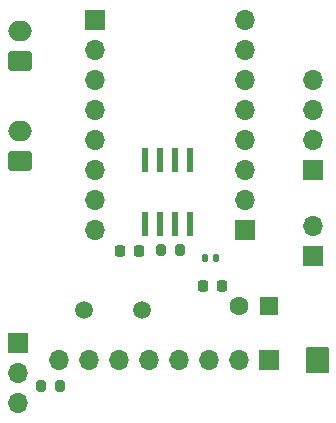
<source format=gbr>
%TF.GenerationSoftware,KiCad,Pcbnew,(6.0.4)*%
%TF.CreationDate,2023-03-08T20:25:47-05:00*%
%TF.ProjectId,Motor_module,4d6f746f-725f-46d6-9f64-756c652e6b69,rev?*%
%TF.SameCoordinates,Original*%
%TF.FileFunction,Soldermask,Bot*%
%TF.FilePolarity,Negative*%
%FSLAX46Y46*%
G04 Gerber Fmt 4.6, Leading zero omitted, Abs format (unit mm)*
G04 Created by KiCad (PCBNEW (6.0.4)) date 2023-03-08 20:25:47*
%MOMM*%
%LPD*%
G01*
G04 APERTURE LIST*
G04 Aperture macros list*
%AMRoundRect*
0 Rectangle with rounded corners*
0 $1 Rounding radius*
0 $2 $3 $4 $5 $6 $7 $8 $9 X,Y pos of 4 corners*
0 Add a 4 corners polygon primitive as box body*
4,1,4,$2,$3,$4,$5,$6,$7,$8,$9,$2,$3,0*
0 Add four circle primitives for the rounded corners*
1,1,$1+$1,$2,$3*
1,1,$1+$1,$4,$5*
1,1,$1+$1,$6,$7*
1,1,$1+$1,$8,$9*
0 Add four rect primitives between the rounded corners*
20,1,$1+$1,$2,$3,$4,$5,0*
20,1,$1+$1,$4,$5,$6,$7,0*
20,1,$1+$1,$6,$7,$8,$9,0*
20,1,$1+$1,$8,$9,$2,$3,0*%
G04 Aperture macros list end*
%ADD10C,0.150000*%
%ADD11R,1.600000X1.600000*%
%ADD12C,1.600000*%
%ADD13C,1.500000*%
%ADD14R,1.700000X1.700000*%
%ADD15O,1.700000X1.700000*%
%ADD16RoundRect,0.250000X0.750000X-0.600000X0.750000X0.600000X-0.750000X0.600000X-0.750000X-0.600000X0*%
%ADD17O,2.000000X1.700000*%
%ADD18RoundRect,0.200000X0.200000X0.275000X-0.200000X0.275000X-0.200000X-0.275000X0.200000X-0.275000X0*%
%ADD19RoundRect,0.200000X-0.200000X-0.275000X0.200000X-0.275000X0.200000X0.275000X-0.200000X0.275000X0*%
%ADD20RoundRect,0.225000X-0.225000X-0.250000X0.225000X-0.250000X0.225000X0.250000X-0.225000X0.250000X0*%
%ADD21RoundRect,0.140000X0.140000X0.170000X-0.140000X0.170000X-0.140000X-0.170000X0.140000X-0.170000X0*%
%ADD22R,0.600000X2.000000*%
G04 APERTURE END LIST*
D10*
X158750000Y-83750000D02*
X160500000Y-83750000D01*
X160500000Y-83750000D02*
X160500000Y-85750000D01*
X160500000Y-85750000D02*
X158750000Y-85750000D01*
X158750000Y-85750000D02*
X158750000Y-83750000D01*
G36*
X158750000Y-83750000D02*
G01*
X160500000Y-83750000D01*
X160500000Y-85750000D01*
X158750000Y-85750000D01*
X158750000Y-83750000D01*
G37*
D11*
%TO.C,C1*%
X155545113Y-80220000D03*
D12*
X153045113Y-80220000D03*
%TD*%
D13*
%TO.C,Y1*%
X144810000Y-80560000D03*
X139910000Y-80560000D03*
%TD*%
D14*
%TO.C,J1*%
X159270000Y-68700000D03*
D15*
X159270000Y-66160000D03*
X159270000Y-63620000D03*
X159270000Y-61080000D03*
%TD*%
D14*
%TO.C,J8*%
X153500000Y-73790000D03*
D15*
X153500000Y-71250000D03*
X153500000Y-68710000D03*
X153500000Y-66170000D03*
X153500000Y-63630000D03*
X153500000Y-61090000D03*
X153500000Y-58550000D03*
X153500000Y-56010000D03*
%TD*%
D16*
%TO.C,J3*%
X134500000Y-59420000D03*
D17*
X134500000Y-56920000D03*
%TD*%
D14*
%TO.C,J6*%
X134300000Y-83325000D03*
D15*
X134300000Y-85865000D03*
X134300000Y-88405000D03*
%TD*%
D14*
%TO.C,J5*%
X159260000Y-75945000D03*
D15*
X159260000Y-73405000D03*
%TD*%
D14*
%TO.C,J7*%
X140800000Y-56007000D03*
D15*
X140800000Y-58547000D03*
X140800000Y-61087000D03*
X140800000Y-63627000D03*
X140800000Y-66167000D03*
X140800000Y-68707000D03*
X140800000Y-71247000D03*
X140800000Y-73787000D03*
%TD*%
D16*
%TO.C,J4*%
X134500000Y-67890000D03*
D17*
X134500000Y-65390000D03*
%TD*%
D14*
%TO.C,J2*%
X155555000Y-84765000D03*
D15*
X153015000Y-84765000D03*
X150475000Y-84765000D03*
X147935000Y-84765000D03*
X145395000Y-84765000D03*
X142855000Y-84765000D03*
X140315000Y-84765000D03*
X137775000Y-84765000D03*
%TD*%
D18*
%TO.C,R11*%
X137885000Y-86960000D03*
X136235000Y-86960000D03*
%TD*%
D19*
%TO.C,R5*%
X146395000Y-75500000D03*
X148045000Y-75500000D03*
%TD*%
D20*
%TO.C,C2*%
X142955000Y-75510000D03*
X144505000Y-75510000D03*
%TD*%
D21*
%TO.C,C7*%
X151080000Y-76130000D03*
X150120000Y-76130000D03*
%TD*%
D20*
%TO.C,C4*%
X149975000Y-78480000D03*
X151525000Y-78480000D03*
%TD*%
D22*
%TO.C,U3*%
X145075000Y-67815000D03*
X146345000Y-67815000D03*
X147615000Y-67815000D03*
X148885000Y-67815000D03*
X148885000Y-73265000D03*
X147615000Y-73265000D03*
X146345000Y-73265000D03*
X145075000Y-73265000D03*
%TD*%
M02*

</source>
